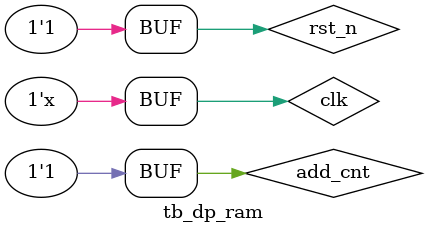
<source format=v>
`timescale 1ns / 1ps


module tb_dp_ram();

localparam DATA_WIDTH = 8;
localparam ADDR_WIDTH = 5;
localparam MAX_CNT = (2**ADDR_WIDTH) * 2;
localparam CNT_WIDTH = $clog2(MAX_CNT + 1);

reg clk;
reg rst_n;

initial begin
    clk = 0;
    rst_n = 0;
    #50
    rst_n = 1;
end

always #1 clk = ~clk;

reg[CNT_WIDTH:0] cnt;
always @ (posedge clk or negedge rst_n) begin
    if (rst_n == 1'b0) begin
        cnt <= 0;
    end
    else if (add_cnt) begin
        if (end_cnt)
            cnt <= 0;
        else
            cnt <= cnt + 1'b1;
    end
end

assign add_cnt = 1;
assign end_cnt = add_cnt && cnt == MAX_CNT - 1;

reg flag;
always @ (posedge clk or negedge rst_n) begin
    if (rst_n == 1'b0)
        flag <= 1;
    else if (end_cnt)
        flag <= ~flag;
end

wire rden = (add_cnt && cnt >= MAX_CNT/2) ? 1 : 0;
wire wren = (add_cnt && cnt < MAX_CNT/2) ? 1 : 0;
wire [ADDR_WIDTH-1:0] addr_wr = (add_cnt && cnt < MAX_CNT/2) ? cnt : 0;
wire [ADDR_WIDTH-1:0] addr_rd = (add_cnt && cnt >= MAX_CNT/2) ? cnt - MAX_CNT/2 : 0;
wire [DATA_WIDTH-1:0] din = (add_cnt && cnt < MAX_CNT/2) ? cnt : 0;
wire [DATA_WIDTH-1:0] dout;
// reg [DATA_WIDTH-1:0] dout;

// reg rden;
// reg wren;
// reg [ADDR_WIDTH-1:0] addr_wr;
// reg [ADDR_WIDTH-1:0] addr_rd;
// reg [DATA_WIDTH-1:0] din;
// wire [DATA_WIDTH-1:0] dout;

// always @ (posedge clk or negedge rst_n) begin
//     if (rst_n == 1'b0) begin
//         rden <= 0;
//         wren <= 0;
//         addr_wr <= 0;
//         addr_rd <= 0;
//         din <= 0;
//     end
//     else begin
//         wren <= (add_cnt && cnt < MAX_CNT/2) ? 1 : 0;
//         addr_wr <= (add_cnt && cnt < MAX_CNT/2) ? cnt : 0;
//         din <= (add_cnt && cnt < MAX_CNT/2) ? cnt : 0;

//         rden <= (add_cnt && cnt >= MAX_CNT/2) ? 1 : 0;
//         addr_rd <= (add_cnt && cnt >= MAX_CNT/2) ? cnt - MAX_CNT/2 : 0;
//     end
// end

// wire rden_a = rden;
// wire wren_a = 0;
// wire [ADDR_WIDTH-1:0] address_a = addr_rd;
// wire [DATA_WIDTH-1:0] data_a = 0;
// wire [DATA_WIDTH-1:0] ram_rd_data_a;
// assign dout = ram_rd_data_a;

// wire rden_b = 0;
// wire wren_b = wren;
// wire [ADDR_WIDTH-1:0] address_b = addr_wr;
// wire [DATA_WIDTH-1:0] data_b = din;
// wire [DATA_WIDTH-1:0] ram_rd_data_b = 0;


wire rden_a = flag ? rden : 0;
wire wren_a = flag ? 0 : wren;
wire [ADDR_WIDTH-1:0] address_a = flag ? addr_rd : addr_wr;
wire [DATA_WIDTH-1:0] data_a = flag ? 0 : din;
wire [DATA_WIDTH-1:0] ram_rd_data_a;

wire rden_b = flag ? 0 : rden;
wire wren_b = flag ? wren : 0;
wire [ADDR_WIDTH-1:0] address_b = flag ? addr_wr : addr_rd;
wire [DATA_WIDTH-1:0] data_b = flag ? din : 0;
wire [DATA_WIDTH-1:0] ram_rd_data_b;

assign dout = flag ? ram_rd_data_a : ram_rd_data_b;
// always @ (posedge clk or negedge rst_n) begin
//     if (rst_n == 1'b0)
//         dout <= 0;
//     else if (flag)
//         dout <= ram_rd_data_a;
//     else
//         dout <= ram_rd_data_b;
// end

dp_ram #(
    .DATA_WIDTH(DATA_WIDTH),
    .ADDR_WIDTH(ADDR_WIDTH)
) u_dp_ram (
    .addr_a(address_a),
    .addr_b(address_b),
    .clk_a(clk),
    .clk_b(clk),
    .din_a(data_a),
    .din_b(data_b),
    .rden_a(rden_a),
    .rden_b(rden_b),
    .wren_a(wren_a),
    .wren_b(wren_b),
    .dout_a(ram_rd_data_a),
    .dout_b(ram_rd_data_b)
    );

endmodule

</source>
